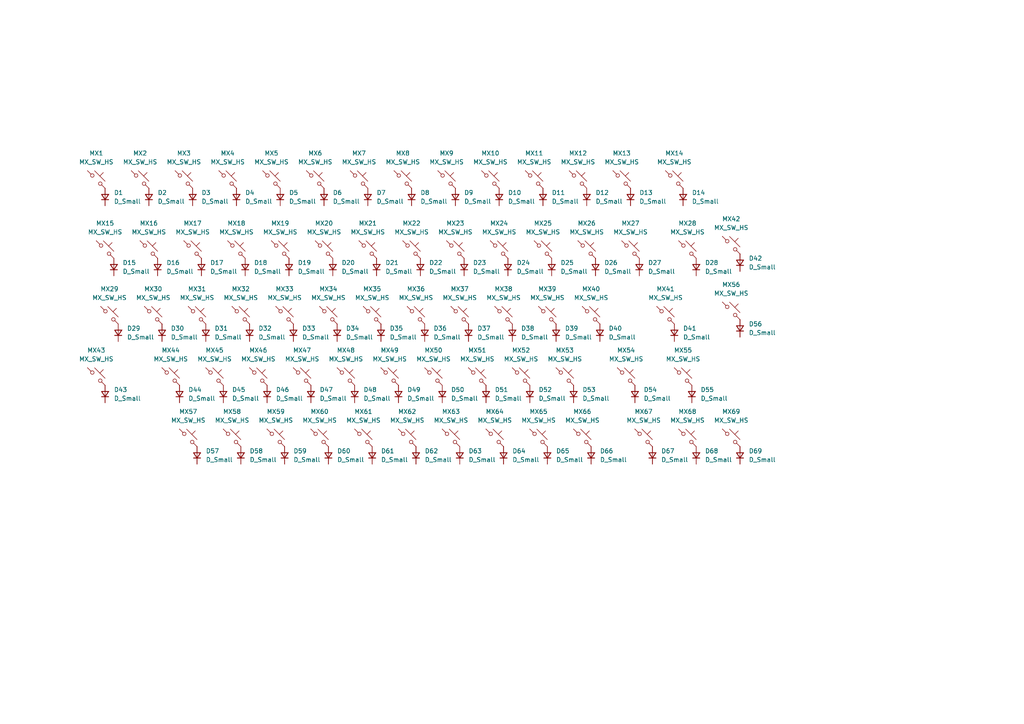
<source format=kicad_sch>
(kicad_sch (version 20230121) (generator eeschema)
  (paper "A4")
  (lib_symbols
    (symbol "Device:D_Small" (pin_numbers hide) (pin_names (offset 0.254) hide)
      (property "Reference" "D" (at -1.27 2.032 0))
      (property "Value" "D_Small" (at -3.81 -2.032 0))
      (symbol "D_Small_0_1"
        (polyline (pts (xy -0.762 -1.016) (xy -0.762 1.016)) (stroke (width 0.254)))
        (polyline (pts (xy -0.762 0) (xy 0.762 0)))
        (polyline (pts (xy 0.762 -1.016) (xy -0.762 0) (xy 0.762 1.016) (xy 0.762 -1.016)) (stroke (width 0.254)))
      )
      (symbol "D_Small_1_1"
        (pin passive line (at -2.54 0 0) (length 1.778) (name "K") (number "1"))
        (pin passive line (at 2.54 0 180) (length 1.778) (name "A") (number "2"))
      )
    )
    (symbol "PCM_marbastlib-mx:MX_SW_HS" (pin_numbers hide) (pin_names (offset 1.016) hide)
      (property "Reference" "MX" (at 3.048 1.016 0))
      (property "Value" "MX_SW_HS" (at 0 -3.81 0))
      (symbol "MX_SW_HS_0_1"
        (circle (center -1.1684 1.1684) (radius 0.508))
        (polyline (pts (xy -0.508 2.54) (xy 2.54 -0.508)))
        (polyline (pts (xy 1.016 1.016) (xy 2.032 2.032)))
        (polyline (pts (xy -2.54 2.54) (xy -1.524 1.524) (xy -1.524 1.524)))
        (polyline (pts (xy 1.524 -1.524) (xy 2.54 -2.54) (xy 2.54 -2.54) (xy 2.54 -2.54)))
        (circle (center 1.143 -1.1938) (radius 0.508))
        (pin passive line (at -2.54 2.54 0) (length 0) (name "1") (number "1"))
        (pin passive line (at 2.54 -2.54 180) (length 0) (name "2") (number "2"))
      )
    )
  )
  (symbol (lib_id "PCM_marbastlib-mx:MX_SW_HS") (at 146.05 91.44 0) (unit 1)
    (property "Reference" "MX38" (at 146.05 83.82 0))
    (property "Value" "MX_SW_HS" (at 146.05 86.36 0))
    (property "Footprint" "PCM_marbastlib-mx:SW_MX_HS_1u" (effects hide))
  )
  (symbol (lib_id "PCM_marbastlib-mx:MX_SW_HS") (at 40.64 52.07 0) (unit 1)
    (property "Reference" "MX2" (at 40.64 44.45 0))
    (property "Value" "MX_SW_HS" (at 40.64 46.99 0))
    (property "Footprint" "PCM_marbastlib-mx:SW_MX_HS_1u" (effects hide))
  )
  (symbol (lib_id "PCM_marbastlib-mx:MX_SW_HS") (at 132.08 72.39 0) (unit 1)
    (property "Reference" "MX23" (at 132.08 64.77 0))
    (property "Value" "MX_SW_HS" (at 132.08 67.31 0))
    (property "Footprint" "PCM_marbastlib-mx:SW_MX_HS_1u" (effects hide))
  )
  (symbol (lib_id "PCM_marbastlib-mx:MX_SW_HS") (at 69.85 91.44 0) (unit 1)
    (property "Reference" "MX32" (at 69.85 83.82 0))
    (property "Value" "MX_SW_HS" (at 69.85 86.36 0))
    (property "Footprint" "PCM_marbastlib-mx:SW_MX_HS_1u" (effects hide))
  )
  (symbol (lib_id "PCM_marbastlib-mx:MX_SW_HS") (at 193.04 91.44 0) (unit 1)
    (property "Reference" "MX41" (at 193.04 83.82 0))
    (property "Value" "MX_SW_HS" (at 193.04 86.36 0))
    (property "Footprint" "PCM_marbastlib-mx:SW_MX_HS_1u" (effects hide))
  )
  (symbol (lib_id "PCM_marbastlib-mx:MX_SW_HS") (at 125.73 109.22 0) (unit 1)
    (property "Reference" "MX50" (at 125.73 101.6 0))
    (property "Value" "MX_SW_HS" (at 125.73 104.14 0))
    (property "Footprint" "PCM_marbastlib-mx:SW_MX_HS_1u" (effects hide))
  )
  (symbol (lib_id "PCM_marbastlib-mx:MX_SW_HS") (at 106.68 72.39 0) (unit 1)
    (property "Reference" "MX21" (at 106.68 64.77 0))
    (property "Value" "MX_SW_HS" (at 106.68 67.31 0))
    (property "Footprint" "PCM_marbastlib-mx:SW_MX_HS_1u" (effects hide))
  )
  (symbol (lib_id "Device:D_Small") (at 148.59 96.52 90) (unit 1)
    (property "Reference" "D38" (at 151.13 95.25 90) (effects (justify right)))
    (property "Value" "D_Small" (at 151.13 97.79 90) (effects (justify right)))
    (property "Sim.Device" "D" (effects hide))
    (property "Sim.Pins" "1=K 2=A" (effects hide))
  )
  (symbol (lib_id "PCM_marbastlib-mx:MX_SW_HS") (at 143.51 127 0) (unit 1)
    (property "Reference" "MX64" (at 143.51 119.38 0))
    (property "Value" "MX_SW_HS" (at 143.51 121.92 0))
    (property "Footprint" "PCM_marbastlib-mx:SW_MX_HS_1u" (effects hide))
  )
  (symbol (lib_id "Device:D_Small") (at 46.99 96.52 90) (unit 1)
    (property "Reference" "D30" (at 49.53 95.25 90) (effects (justify right)))
    (property "Value" "D_Small" (at 49.53 97.79 90) (effects (justify right)))
    (property "Sim.Device" "D" (effects hide))
    (property "Sim.Pins" "1=K 2=A" (effects hide))
  )
  (symbol (lib_id "PCM_marbastlib-mx:MX_SW_HS") (at 105.41 127 0) (unit 1)
    (property "Reference" "MX61" (at 105.41 119.38 0))
    (property "Value" "MX_SW_HS" (at 105.41 121.92 0))
    (property "Footprint" "PCM_marbastlib-mx:SW_MX_HS_1u" (effects hide))
  )
  (symbol (lib_id "Device:D_Small") (at 120.65 132.08 90) (unit 1)
    (property "Reference" "D62" (at 123.19 130.81 90) (effects (justify right)))
    (property "Value" "D_Small" (at 123.19 133.35 90) (effects (justify right)))
    (property "Sim.Device" "D" (effects hide))
    (property "Sim.Pins" "1=K 2=A" (effects hide))
  )
  (symbol (lib_id "Device:D_Small") (at 161.29 96.52 90) (unit 1)
    (property "Reference" "D39" (at 163.83 95.25 90) (effects (justify right)))
    (property "Value" "D_Small" (at 163.83 97.79 90) (effects (justify right)))
    (property "Sim.Device" "D" (effects hide))
    (property "Sim.Pins" "1=K 2=A" (effects hide))
  )
  (symbol (lib_id "Device:D_Small") (at 134.62 77.47 90) (unit 1)
    (property "Reference" "D23" (at 137.16 76.2 90) (effects (justify right)))
    (property "Value" "D_Small" (at 137.16 78.74 90) (effects (justify right)))
    (property "Sim.Device" "D" (effects hide))
    (property "Sim.Pins" "1=K 2=A" (effects hide))
  )
  (symbol (lib_id "PCM_marbastlib-mx:MX_SW_HS") (at 107.95 91.44 0) (unit 1)
    (property "Reference" "MX35" (at 107.95 83.82 0))
    (property "Value" "MX_SW_HS" (at 107.95 86.36 0))
    (property "Footprint" "PCM_marbastlib-mx:SW_MX_HS_1u" (effects hide))
  )
  (symbol (lib_id "PCM_marbastlib-mx:MX_SW_HS") (at 66.04 52.07 0) (unit 1)
    (property "Reference" "MX4" (at 66.04 44.45 0))
    (property "Value" "MX_SW_HS" (at 66.04 46.99 0))
    (property "Footprint" "PCM_marbastlib-mx:SW_MX_HS_1u" (effects hide))
  )
  (symbol (lib_id "Device:D_Small") (at 121.92 77.47 90) (unit 1)
    (property "Reference" "D22" (at 124.46 76.2 90) (effects (justify right)))
    (property "Value" "D_Small" (at 124.46 78.74 90) (effects (justify right)))
    (property "Sim.Device" "D" (effects hide))
    (property "Sim.Pins" "1=K 2=A" (effects hide))
  )
  (symbol (lib_id "PCM_marbastlib-mx:MX_SW_HS") (at 171.45 91.44 0) (unit 1)
    (property "Reference" "MX40" (at 171.45 83.82 0))
    (property "Value" "MX_SW_HS" (at 171.45 86.36 0))
    (property "Footprint" "PCM_marbastlib-mx:SW_MX_HS_1u" (effects hide))
  )
  (symbol (lib_id "Device:D_Small") (at 147.32 77.47 90) (unit 1)
    (property "Reference" "D24" (at 149.86 76.2 90) (effects (justify right)))
    (property "Value" "D_Small" (at 149.86 78.74 90) (effects (justify right)))
    (property "Sim.Device" "D" (effects hide))
    (property "Sim.Pins" "1=K 2=A" (effects hide))
  )
  (symbol (lib_id "PCM_marbastlib-mx:MX_SW_HS") (at 78.74 52.07 0) (unit 1)
    (property "Reference" "MX5" (at 78.74 44.45 0))
    (property "Value" "MX_SW_HS" (at 78.74 46.99 0))
    (property "Footprint" "PCM_marbastlib-mx:SW_MX_HS_1u" (effects hide))
  )
  (symbol (lib_id "Device:D_Small") (at 160.02 77.47 90) (unit 1)
    (property "Reference" "D25" (at 162.56 76.2 90) (effects (justify right)))
    (property "Value" "D_Small" (at 162.56 78.74 90) (effects (justify right)))
    (property "Sim.Device" "D" (effects hide))
    (property "Sim.Pins" "1=K 2=A" (effects hide))
  )
  (symbol (lib_id "Device:D_Small") (at 115.57 114.3 90) (unit 1)
    (property "Reference" "D49" (at 118.11 113.03 90) (effects (justify right)))
    (property "Value" "D_Small" (at 118.11 115.57 90) (effects (justify right)))
    (property "Sim.Device" "D" (effects hide))
    (property "Sim.Pins" "1=K 2=A" (effects hide))
  )
  (symbol (lib_id "Device:D_Small") (at 153.67 114.3 90) (unit 1)
    (property "Reference" "D52" (at 156.21 113.03 90) (effects (justify right)))
    (property "Value" "D_Small" (at 156.21 115.57 90) (effects (justify right)))
    (property "Sim.Device" "D" (effects hide))
    (property "Sim.Pins" "1=K 2=A" (effects hide))
  )
  (symbol (lib_id "Device:D_Small") (at 146.05 132.08 90) (unit 1)
    (property "Reference" "D64" (at 148.59 130.81 90) (effects (justify right)))
    (property "Value" "D_Small" (at 148.59 133.35 90) (effects (justify right)))
    (property "Sim.Device" "D" (effects hide))
    (property "Sim.Pins" "1=K 2=A" (effects hide))
  )
  (symbol (lib_id "Device:D_Small") (at 95.25 132.08 90) (unit 1)
    (property "Reference" "D60" (at 97.79 130.81 90) (effects (justify right)))
    (property "Value" "D_Small" (at 97.79 133.35 90) (effects (justify right)))
    (property "Sim.Device" "D" (effects hide))
    (property "Sim.Pins" "1=K 2=A" (effects hide))
  )
  (symbol (lib_id "Device:D_Small") (at 45.72 77.47 90) (unit 1)
    (property "Reference" "D16" (at 48.26 76.2 90) (effects (justify right)))
    (property "Value" "D_Small" (at 48.26 78.74 90) (effects (justify right)))
    (property "Sim.Device" "D" (effects hide))
    (property "Sim.Pins" "1=K 2=A" (effects hide))
  )
  (symbol (lib_id "PCM_marbastlib-mx:MX_SW_HS") (at 142.24 52.07 0) (unit 1)
    (property "Reference" "MX10" (at 142.24 44.45 0))
    (property "Value" "MX_SW_HS" (at 142.24 46.99 0))
    (property "Footprint" "PCM_marbastlib-mx:SW_MX_HS_1u" (effects hide))
  )
  (symbol (lib_id "PCM_marbastlib-mx:MX_SW_HS") (at 104.14 52.07 0) (unit 1)
    (property "Reference" "MX7" (at 104.14 44.45 0))
    (property "Value" "MX_SW_HS" (at 104.14 46.99 0))
    (property "Footprint" "PCM_marbastlib-mx:SW_MX_HS_1u" (effects hide))
  )
  (symbol (lib_id "Device:D_Small") (at 77.47 114.3 90) (unit 1)
    (property "Reference" "D46" (at 80.01 113.03 90) (effects (justify right)))
    (property "Value" "D_Small" (at 80.01 115.57 90) (effects (justify right)))
    (property "Sim.Device" "D" (effects hide))
    (property "Sim.Pins" "1=K 2=A" (effects hide))
  )
  (symbol (lib_id "PCM_marbastlib-mx:MX_SW_HS") (at 95.25 91.44 0) (unit 1)
    (property "Reference" "MX34" (at 95.25 83.82 0))
    (property "Value" "MX_SW_HS" (at 95.25 86.36 0))
    (property "Footprint" "PCM_marbastlib-mx:SW_MX_HS_1u" (effects hide))
  )
  (symbol (lib_id "PCM_marbastlib-mx:MX_SW_HS") (at 116.84 52.07 0) (unit 1)
    (property "Reference" "MX8" (at 116.84 44.45 0))
    (property "Value" "MX_SW_HS" (at 116.84 46.99 0))
    (property "Footprint" "PCM_marbastlib-mx:SW_MX_HS_1u" (effects hide))
  )
  (symbol (lib_id "Device:D_Small") (at 133.35 132.08 90) (unit 1)
    (property "Reference" "D63" (at 135.89 130.81 90) (effects (justify right)))
    (property "Value" "D_Small" (at 135.89 133.35 90) (effects (justify right)))
    (property "Sim.Device" "D" (effects hide))
    (property "Sim.Pins" "1=K 2=A" (effects hide))
  )
  (symbol (lib_id "Device:D_Small") (at 64.77 114.3 90) (unit 1)
    (property "Reference" "D45" (at 67.31 113.03 90) (effects (justify right)))
    (property "Value" "D_Small" (at 67.31 115.57 90) (effects (justify right)))
    (property "Sim.Device" "D" (effects hide))
    (property "Sim.Pins" "1=K 2=A" (effects hide))
  )
  (symbol (lib_id "PCM_marbastlib-mx:MX_SW_HS") (at 198.12 109.22 0) (unit 1)
    (property "Reference" "MX55" (at 198.12 101.6 0))
    (property "Value" "MX_SW_HS" (at 198.12 104.14 0))
    (property "Footprint" "PCM_marbastlib-mx:SW_MX_HS_1u" (effects hide))
  )
  (symbol (lib_id "PCM_marbastlib-mx:MX_SW_HS") (at 151.13 109.22 0) (unit 1)
    (property "Reference" "MX52" (at 151.13 101.6 0))
    (property "Value" "MX_SW_HS" (at 151.13 104.14 0))
    (property "Footprint" "PCM_marbastlib-mx:SW_MX_HS_1u" (effects hide))
  )
  (symbol (lib_id "Device:D_Small") (at 109.22 77.47 90) (unit 1)
    (property "Reference" "D21" (at 111.76 76.2 90) (effects (justify right)))
    (property "Value" "D_Small" (at 111.76 78.74 90) (effects (justify right)))
    (property "Sim.Device" "D" (effects hide))
    (property "Sim.Pins" "1=K 2=A" (effects hide))
  )
  (symbol (lib_id "PCM_marbastlib-mx:MX_SW_HS") (at 91.44 52.07 0) (unit 1)
    (property "Reference" "MX6" (at 91.44 44.45 0))
    (property "Value" "MX_SW_HS" (at 91.44 46.99 0))
    (property "Footprint" "PCM_marbastlib-mx:SW_MX_HS_1u" (effects hide))
  )
  (symbol (lib_id "Device:D_Small") (at 30.48 114.3 90) (unit 1)
    (property "Reference" "D43" (at 33.02 113.03 90) (effects (justify right)))
    (property "Value" "D_Small" (at 33.02 115.57 90) (effects (justify right)))
    (property "Sim.Device" "D" (effects hide))
    (property "Sim.Pins" "1=K 2=A" (effects hide))
  )
  (symbol (lib_id "PCM_marbastlib-mx:MX_SW_HS") (at 156.21 127 0) (unit 1)
    (property "Reference" "MX65" (at 156.21 119.38 0))
    (property "Value" "MX_SW_HS" (at 156.21 121.92 0))
    (property "Footprint" "PCM_marbastlib-mx:SW_MX_HS_1u" (effects hide))
  )
  (symbol (lib_id "Device:D_Small") (at 201.93 132.08 90) (unit 1)
    (property "Reference" "D68" (at 204.47 130.81 90) (effects (justify right)))
    (property "Value" "D_Small" (at 204.47 133.35 90) (effects (justify right)))
    (property "Sim.Device" "D" (effects hide))
    (property "Sim.Pins" "1=K 2=A" (effects hide))
  )
  (symbol (lib_id "Device:D_Small") (at 93.98 57.15 90) (unit 1)
    (property "Reference" "D6" (at 96.52 55.88 90) (effects (justify right)))
    (property "Value" "D_Small" (at 96.52 58.42 90) (effects (justify right)))
    (property "Sim.Device" "D" (effects hide))
    (property "Sim.Pins" "1=K 2=A" (effects hide))
  )
  (symbol (lib_id "Device:D_Small") (at 166.37 114.3 90) (unit 1)
    (property "Reference" "D53" (at 168.91 113.03 90) (effects (justify right)))
    (property "Value" "D_Small" (at 168.91 115.57 90) (effects (justify right)))
    (property "Sim.Device" "D" (effects hide))
    (property "Sim.Pins" "1=K 2=A" (effects hide))
  )
  (symbol (lib_id "Device:D_Small") (at 201.93 77.47 90) (unit 1)
    (property "Reference" "D28" (at 204.47 76.2 90) (effects (justify right)))
    (property "Value" "D_Small" (at 204.47 78.74 90) (effects (justify right)))
    (property "Sim.Device" "D" (effects hide))
    (property "Sim.Pins" "1=K 2=A" (effects hide))
  )
  (symbol (lib_id "Device:D_Small") (at 195.58 96.52 90) (unit 1)
    (property "Reference" "D41" (at 198.12 95.25 90) (effects (justify right)))
    (property "Value" "D_Small" (at 198.12 97.79 90) (effects (justify right)))
    (property "Sim.Device" "D" (effects hide))
    (property "Sim.Pins" "1=K 2=A" (effects hide))
  )
  (symbol (lib_id "Device:D_Small") (at 96.52 77.47 90) (unit 1)
    (property "Reference" "D20" (at 99.06 76.2 90) (effects (justify right)))
    (property "Value" "D_Small" (at 99.06 78.74 90) (effects (justify right)))
    (property "Sim.Device" "D" (effects hide))
    (property "Sim.Pins" "1=K 2=A" (effects hide))
  )
  (symbol (lib_id "PCM_marbastlib-mx:MX_SW_HS") (at 100.33 109.22 0) (unit 1)
    (property "Reference" "MX48" (at 100.33 101.6 0))
    (property "Value" "MX_SW_HS" (at 100.33 104.14 0))
    (property "Footprint" "PCM_marbastlib-mx:SW_MX_HS_1u" (effects hide))
  )
  (symbol (lib_id "PCM_marbastlib-mx:MX_SW_HS") (at 212.09 90.17 0) (unit 1)
    (property "Reference" "MX56" (at 212.09 82.55 0))
    (property "Value" "MX_SW_HS" (at 212.09 85.09 0))
    (property "Footprint" "PCM_marbastlib-mx:SW_MX_HS_1u" (effects hide))
  )
  (symbol (lib_id "PCM_marbastlib-mx:MX_SW_HS") (at 119.38 72.39 0) (unit 1)
    (property "Reference" "MX22" (at 119.38 64.77 0))
    (property "Value" "MX_SW_HS" (at 119.38 67.31 0))
    (property "Footprint" "PCM_marbastlib-mx:SW_MX_HS_1u" (effects hide))
  )
  (symbol (lib_id "Device:D_Small") (at 81.28 57.15 90) (unit 1)
    (property "Reference" "D5" (at 83.82 55.88 90) (effects (justify right)))
    (property "Value" "D_Small" (at 83.82 58.42 90) (effects (justify right)))
    (property "Sim.Device" "D" (effects hide))
    (property "Sim.Pins" "1=K 2=A" (effects hide))
  )
  (symbol (lib_id "PCM_marbastlib-mx:MX_SW_HS") (at 199.39 72.39 0) (unit 1)
    (property "Reference" "MX28" (at 199.39 64.77 0))
    (property "Value" "MX_SW_HS" (at 199.39 67.31 0))
    (property "Footprint" "PCM_marbastlib-mx:SW_MX_HS_1u" (effects hide))
  )
  (symbol (lib_id "PCM_marbastlib-mx:MX_SW_HS") (at 80.01 127 0) (unit 1)
    (property "Reference" "MX59" (at 80.01 119.38 0))
    (property "Value" "MX_SW_HS" (at 80.01 121.92 0))
    (property "Footprint" "PCM_marbastlib-mx:SW_MX_HS_1u" (effects hide))
  )
  (symbol (lib_id "Device:D_Small") (at 55.88 57.15 90) (unit 1)
    (property "Reference" "D3" (at 58.42 55.88 90) (effects (justify right)))
    (property "Value" "D_Small" (at 58.42 58.42 90) (effects (justify right)))
    (property "Sim.Device" "D" (effects hide))
    (property "Sim.Pins" "1=K 2=A" (effects hide))
  )
  (symbol (lib_id "PCM_marbastlib-mx:MX_SW_HS") (at 53.34 52.07 0) (unit 1)
    (property "Reference" "MX3" (at 53.34 44.45 0))
    (property "Value" "MX_SW_HS" (at 53.34 46.99 0))
    (property "Footprint" "PCM_marbastlib-mx:SW_MX_HS_1u" (effects hide))
  )
  (symbol (lib_id "Device:D_Small") (at 214.63 132.08 90) (unit 1)
    (property "Reference" "D69" (at 217.17 130.81 90) (effects (justify right)))
    (property "Value" "D_Small" (at 217.17 133.35 90) (effects (justify right)))
    (property "Sim.Device" "D" (effects hide))
    (property "Sim.Pins" "1=K 2=A" (effects hide))
  )
  (symbol (lib_id "PCM_marbastlib-mx:MX_SW_HS") (at 54.61 127 0) (unit 1)
    (property "Reference" "MX57" (at 54.61 119.38 0))
    (property "Value" "MX_SW_HS" (at 54.61 121.92 0))
    (property "Footprint" "PCM_marbastlib-mx:SW_MX_HS_1u" (effects hide))
  )
  (symbol (lib_id "Device:D_Small") (at 68.58 57.15 90) (unit 1)
    (property "Reference" "D4" (at 71.12 55.88 90) (effects (justify right)))
    (property "Value" "D_Small" (at 71.12 58.42 90) (effects (justify right)))
    (property "Sim.Device" "D" (effects hide))
    (property "Sim.Pins" "1=K 2=A" (effects hide))
  )
  (symbol (lib_id "PCM_marbastlib-mx:MX_SW_HS") (at 43.18 72.39 0) (unit 1)
    (property "Reference" "MX16" (at 43.18 64.77 0))
    (property "Value" "MX_SW_HS" (at 43.18 67.31 0))
    (property "Footprint" "PCM_marbastlib-mx:SW_MX_HS_1u" (effects hide))
  )
  (symbol (lib_id "PCM_marbastlib-mx:MX_SW_HS") (at 30.48 72.39 0) (unit 1)
    (property "Reference" "MX15" (at 30.48 64.77 0))
    (property "Value" "MX_SW_HS" (at 30.48 67.31 0))
    (property "Footprint" "PCM_marbastlib-mx:SW_MX_HS_1u" (effects hide))
  )
  (symbol (lib_id "Device:D_Small") (at 214.63 95.25 90) (unit 1)
    (property "Reference" "D56" (at 217.17 93.98 90) (effects (justify right)))
    (property "Value" "D_Small" (at 217.17 96.52 90) (effects (justify right)))
    (property "Sim.Device" "D" (effects hide))
    (property "Sim.Pins" "1=K 2=A" (effects hide))
  )
  (symbol (lib_id "PCM_marbastlib-mx:MX_SW_HS") (at 27.94 109.22 0) (unit 1)
    (property "Reference" "MX43" (at 27.94 101.6 0))
    (property "Value" "MX_SW_HS" (at 27.94 104.14 0))
    (property "Footprint" "PCM_marbastlib-mx:SW_MX_HS_1u" (effects hide))
  )
  (symbol (lib_id "Device:D_Small") (at 102.87 114.3 90) (unit 1)
    (property "Reference" "D48" (at 105.41 113.03 90) (effects (justify right)))
    (property "Value" "D_Small" (at 105.41 115.57 90) (effects (justify right)))
    (property "Sim.Device" "D" (effects hide))
    (property "Sim.Pins" "1=K 2=A" (effects hide))
  )
  (symbol (lib_id "PCM_marbastlib-mx:MX_SW_HS") (at 81.28 72.39 0) (unit 1)
    (property "Reference" "MX19" (at 81.28 64.77 0))
    (property "Value" "MX_SW_HS" (at 81.28 67.31 0))
    (property "Footprint" "PCM_marbastlib-mx:SW_MX_HS_1u" (effects hide))
  )
  (symbol (lib_id "PCM_marbastlib-mx:MX_SW_HS") (at 158.75 91.44 0) (unit 1)
    (property "Reference" "MX39" (at 158.75 83.82 0))
    (property "Value" "MX_SW_HS" (at 158.75 86.36 0))
    (property "Footprint" "PCM_marbastlib-mx:SW_MX_HS_1u" (effects hide))
  )
  (symbol (lib_id "Device:D_Small") (at 172.72 77.47 90) (unit 1)
    (property "Reference" "D26" (at 175.26 76.2 90) (effects (justify right)))
    (property "Value" "D_Small" (at 175.26 78.74 90) (effects (justify right)))
    (property "Sim.Device" "D" (effects hide))
    (property "Sim.Pins" "1=K 2=A" (effects hide))
  )
  (symbol (lib_id "Device:D_Small") (at 200.66 114.3 90) (unit 1)
    (property "Reference" "D55" (at 203.2 113.03 90) (effects (justify right)))
    (property "Value" "D_Small" (at 203.2 115.57 90) (effects (justify right)))
    (property "Sim.Device" "D" (effects hide))
    (property "Sim.Pins" "1=K 2=A" (effects hide))
  )
  (symbol (lib_id "PCM_marbastlib-mx:MX_SW_HS") (at 74.93 109.22 0) (unit 1)
    (property "Reference" "MX46" (at 74.93 101.6 0))
    (property "Value" "MX_SW_HS" (at 74.93 104.14 0))
    (property "Footprint" "PCM_marbastlib-mx:SW_MX_HS_1u" (effects hide))
  )
  (symbol (lib_id "PCM_marbastlib-mx:MX_SW_HS") (at 212.09 127 0) (unit 1)
    (property "Reference" "MX69" (at 212.09 119.38 0))
    (property "Value" "MX_SW_HS" (at 212.09 121.92 0))
    (property "Footprint" "PCM_marbastlib-mx:SW_MX_HS_1u" (effects hide))
  )
  (symbol (lib_id "PCM_marbastlib-mx:MX_SW_HS") (at 186.69 127 0) (unit 1)
    (property "Reference" "MX67" (at 186.69 119.38 0))
    (property "Value" "MX_SW_HS" (at 186.69 121.92 0))
    (property "Footprint" "PCM_marbastlib-mx:SW_MX_HS_1u" (effects hide))
  )
  (symbol (lib_id "Device:D_Small") (at 72.39 96.52 90) (unit 1)
    (property "Reference" "D32" (at 74.93 95.25 90) (effects (justify right)))
    (property "Value" "D_Small" (at 74.93 97.79 90) (effects (justify right)))
    (property "Sim.Device" "D" (effects hide))
    (property "Sim.Pins" "1=K 2=A" (effects hide))
  )
  (symbol (lib_id "Device:D_Small") (at 123.19 96.52 90) (unit 1)
    (property "Reference" "D36" (at 125.73 95.25 90) (effects (justify right)))
    (property "Value" "D_Small" (at 125.73 97.79 90) (effects (justify right)))
    (property "Sim.Device" "D" (effects hide))
    (property "Sim.Pins" "1=K 2=A" (effects hide))
  )
  (symbol (lib_id "PCM_marbastlib-mx:MX_SW_HS") (at 31.75 91.44 0) (unit 1)
    (property "Reference" "MX29" (at 31.75 83.82 0))
    (property "Value" "MX_SW_HS" (at 31.75 86.36 0))
    (property "Footprint" "PCM_marbastlib-mx:SW_MX_HS_1u" (effects hide))
  )
  (symbol (lib_id "Device:D_Small") (at 157.48 57.15 90) (unit 1)
    (property "Reference" "D11" (at 160.02 55.88 90) (effects (justify right)))
    (property "Value" "D_Small" (at 160.02 58.42 90) (effects (justify right)))
    (property "Sim.Device" "D" (effects hide))
    (property "Sim.Pins" "1=K 2=A" (effects hide))
  )
  (symbol (lib_id "PCM_marbastlib-mx:MX_SW_HS") (at 67.31 127 0) (unit 1)
    (property "Reference" "MX58" (at 67.31 119.38 0))
    (property "Value" "MX_SW_HS" (at 67.31 121.92 0))
    (property "Footprint" "PCM_marbastlib-mx:SW_MX_HS_1u" (effects hide))
  )
  (symbol (lib_id "Device:D_Small") (at 30.48 57.15 90) (unit 1)
    (property "Reference" "D1" (at 33.02 55.88 90) (effects (justify right)))
    (property "Value" "D_Small" (at 33.02 58.42 90) (effects (justify right)))
    (property "Sim.Device" "D" (effects hide))
    (property "Sim.Pins" "1=K 2=A" (effects hide))
  )
  (symbol (lib_id "Device:D_Small") (at 214.63 76.2 90) (unit 1)
    (property "Reference" "D42" (at 217.17 74.93 90) (effects (justify right)))
    (property "Value" "D_Small" (at 217.17 77.47 90) (effects (justify right)))
    (property "Sim.Device" "D" (effects hide))
    (property "Sim.Pins" "1=K 2=A" (effects hide))
  )
  (symbol (lib_id "Device:D_Small") (at 110.49 96.52 90) (unit 1)
    (property "Reference" "D35" (at 113.03 95.25 90) (effects (justify right)))
    (property "Value" "D_Small" (at 113.03 97.79 90) (effects (justify right)))
    (property "Sim.Device" "D" (effects hide))
    (property "Sim.Pins" "1=K 2=A" (effects hide))
  )
  (symbol (lib_id "PCM_marbastlib-mx:MX_SW_HS") (at 133.35 91.44 0) (unit 1)
    (property "Reference" "MX37" (at 133.35 83.82 0))
    (property "Value" "MX_SW_HS" (at 133.35 86.36 0))
    (property "Footprint" "PCM_marbastlib-mx:SW_MX_HS_1u" (effects hide))
  )
  (symbol (lib_id "PCM_marbastlib-mx:MX_SW_HS") (at 92.71 127 0) (unit 1)
    (property "Reference" "MX60" (at 92.71 119.38 0))
    (property "Value" "MX_SW_HS" (at 92.71 121.92 0))
    (property "Footprint" "PCM_marbastlib-mx:SW_MX_HS_1u" (effects hide))
  )
  (symbol (lib_id "Device:D_Small") (at 106.68 57.15 90) (unit 1)
    (property "Reference" "D7" (at 109.22 55.88 90) (effects (justify right)))
    (property "Value" "D_Small" (at 109.22 58.42 90) (effects (justify right)))
    (property "Sim.Device" "D" (effects hide))
    (property "Sim.Pins" "1=K 2=A" (effects hide))
  )
  (symbol (lib_id "PCM_marbastlib-mx:MX_SW_HS") (at 129.54 52.07 0) (unit 1)
    (property "Reference" "MX9" (at 129.54 44.45 0))
    (property "Value" "MX_SW_HS" (at 129.54 46.99 0))
    (property "Footprint" "PCM_marbastlib-mx:SW_MX_HS_1u" (effects hide))
  )
  (symbol (lib_id "PCM_marbastlib-mx:MX_SW_HS") (at 138.43 109.22 0) (unit 1)
    (property "Reference" "MX51" (at 138.43 101.6 0))
    (property "Value" "MX_SW_HS" (at 138.43 104.14 0))
    (property "Footprint" "PCM_marbastlib-mx:SW_MX_HS_1u" (effects hide))
  )
  (symbol (lib_id "Device:D_Small") (at 34.29 96.52 90) (unit 1)
    (property "Reference" "D29" (at 36.83 95.25 90) (effects (justify right)))
    (property "Value" "D_Small" (at 36.83 97.79 90) (effects (justify right)))
    (property "Sim.Device" "D" (effects hide))
    (property "Sim.Pins" "1=K 2=A" (effects hide))
  )
  (symbol (lib_id "PCM_marbastlib-mx:MX_SW_HS") (at 57.15 91.44 0) (unit 1)
    (property "Reference" "MX31" (at 57.15 83.82 0))
    (property "Value" "MX_SW_HS" (at 57.15 86.36 0))
    (property "Footprint" "PCM_marbastlib-mx:SW_MX_HS_1u" (effects hide))
  )
  (symbol (lib_id "PCM_marbastlib-mx:MX_SW_HS") (at 168.91 127 0) (unit 1)
    (property "Reference" "MX66" (at 168.91 119.38 0))
    (property "Value" "MX_SW_HS" (at 168.91 121.92 0))
    (property "Footprint" "PCM_marbastlib-mx:SW_MX_HS_1u" (effects hide))
  )
  (symbol (lib_id "PCM_marbastlib-mx:MX_SW_HS") (at 113.03 109.22 0) (unit 1)
    (property "Reference" "MX49" (at 113.03 101.6 0))
    (property "Value" "MX_SW_HS" (at 113.03 104.14 0))
    (property "Footprint" "PCM_marbastlib-mx:SW_MX_HS_1u" (effects hide))
  )
  (symbol (lib_id "Device:D_Small") (at 185.42 77.47 90) (unit 1)
    (property "Reference" "D27" (at 187.96 76.2 90) (effects (justify right)))
    (property "Value" "D_Small" (at 187.96 78.74 90) (effects (justify right)))
    (property "Sim.Device" "D" (effects hide))
    (property "Sim.Pins" "1=K 2=A" (effects hide))
  )
  (symbol (lib_id "PCM_marbastlib-mx:MX_SW_HS") (at 170.18 72.39 0) (unit 1)
    (property "Reference" "MX26" (at 170.18 64.77 0))
    (property "Value" "MX_SW_HS" (at 170.18 67.31 0))
    (property "Footprint" "PCM_marbastlib-mx:SW_MX_HS_1u" (effects hide))
  )
  (symbol (lib_id "Device:D_Small") (at 182.88 57.15 90) (unit 1)
    (property "Reference" "D13" (at 185.42 55.88 90) (effects (justify right)))
    (property "Value" "D_Small" (at 185.42 58.42 90) (effects (justify right)))
    (property "Sim.Device" "D" (effects hide))
    (property "Sim.Pins" "1=K 2=A" (effects hide))
  )
  (symbol (lib_id "Device:D_Small") (at 71.12 77.47 90) (unit 1)
    (property "Reference" "D18" (at 73.66 76.2 90) (effects (justify right)))
    (property "Value" "D_Small" (at 73.66 78.74 90) (effects (justify right)))
    (property "Sim.Device" "D" (effects hide))
    (property "Sim.Pins" "1=K 2=A" (effects hide))
  )
  (symbol (lib_id "PCM_marbastlib-mx:MX_SW_HS") (at 93.98 72.39 0) (unit 1)
    (property "Reference" "MX20" (at 93.98 64.77 0))
    (property "Value" "MX_SW_HS" (at 93.98 67.31 0))
    (property "Footprint" "PCM_marbastlib-mx:SW_MX_HS_1u" (effects hide))
  )
  (symbol (lib_id "Device:D_Small") (at 97.79 96.52 90) (unit 1)
    (property "Reference" "D34" (at 100.33 95.25 90) (effects (justify right)))
    (property "Value" "D_Small" (at 100.33 97.79 90) (effects (justify right)))
    (property "Sim.Device" "D" (effects hide))
    (property "Sim.Pins" "1=K 2=A" (effects hide))
  )
  (symbol (lib_id "PCM_marbastlib-mx:MX_SW_HS") (at 181.61 109.22 0) (unit 1)
    (property "Reference" "MX54" (at 181.61 101.6 0))
    (property "Value" "MX_SW_HS" (at 181.61 104.14 0))
    (property "Footprint" "PCM_marbastlib-mx:SW_MX_HS_1u" (effects hide))
  )
  (symbol (lib_id "Device:D_Small") (at 198.12 57.15 90) (unit 1)
    (property "Reference" "D14" (at 200.66 55.88 90) (effects (justify right)))
    (property "Value" "D_Small" (at 200.66 58.42 90) (effects (justify right)))
    (property "Sim.Device" "D" (effects hide))
    (property "Sim.Pins" "1=K 2=A" (effects hide))
  )
  (symbol (lib_id "PCM_marbastlib-mx:MX_SW_HS") (at 167.64 52.07 0) (unit 1)
    (property "Reference" "MX12" (at 167.64 44.45 0))
    (property "Value" "MX_SW_HS" (at 167.64 46.99 0))
    (property "Footprint" "PCM_marbastlib-mx:SW_MX_HS_1u" (effects hide))
  )
  (symbol (lib_id "Device:D_Small") (at 58.42 77.47 90) (unit 1)
    (property "Reference" "D17" (at 60.96 76.2 90) (effects (justify right)))
    (property "Value" "D_Small" (at 60.96 78.74 90) (effects (justify right)))
    (property "Sim.Device" "D" (effects hide))
    (property "Sim.Pins" "1=K 2=A" (effects hide))
  )
  (symbol (lib_id "PCM_marbastlib-mx:MX_SW_HS") (at 212.09 71.12 0) (unit 1)
    (property "Reference" "MX42" (at 212.09 63.5 0))
    (property "Value" "MX_SW_HS" (at 212.09 66.04 0))
    (property "Footprint" "PCM_marbastlib-mx:SW_MX_HS_1u" (effects hide))
  )
  (symbol (lib_id "Device:D_Small") (at 132.08 57.15 90) (unit 1)
    (property "Reference" "D9" (at 134.62 55.88 90) (effects (justify right)))
    (property "Value" "D_Small" (at 134.62 58.42 90) (effects (justify right)))
    (property "Sim.Device" "D" (effects hide))
    (property "Sim.Pins" "1=K 2=A" (effects hide))
  )
  (symbol (lib_id "PCM_marbastlib-mx:MX_SW_HS") (at 118.11 127 0) (unit 1)
    (property "Reference" "MX62" (at 118.11 119.38 0))
    (property "Value" "MX_SW_HS" (at 118.11 121.92 0))
    (property "Footprint" "PCM_marbastlib-mx:SW_MX_HS_1u" (effects hide))
  )
  (symbol (lib_id "Device:D_Small") (at 158.75 132.08 90) (unit 1)
    (property "Reference" "D65" (at 161.29 130.81 90) (effects (justify right)))
    (property "Value" "D_Small" (at 161.29 133.35 90) (effects (justify right)))
    (property "Sim.Device" "D" (effects hide))
    (property "Sim.Pins" "1=K 2=A" (effects hide))
  )
  (symbol (lib_id "PCM_marbastlib-mx:MX_SW_HS") (at 163.83 109.22 0) (unit 1)
    (property "Reference" "MX53" (at 163.83 101.6 0))
    (property "Value" "MX_SW_HS" (at 163.83 104.14 0))
    (property "Footprint" "PCM_marbastlib-mx:SW_MX_HS_1u" (effects hide))
  )
  (symbol (lib_id "PCM_marbastlib-mx:MX_SW_HS") (at 154.94 52.07 0) (unit 1)
    (property "Reference" "MX11" (at 154.94 44.45 0))
    (property "Value" "MX_SW_HS" (at 154.94 46.99 0))
    (property "Footprint" "PCM_marbastlib-mx:SW_MX_HS_1u" (effects hide))
  )
  (symbol (lib_id "PCM_marbastlib-mx:MX_SW_HS") (at 199.39 127 0) (unit 1)
    (property "Reference" "MX68" (at 199.39 119.38 0))
    (property "Value" "MX_SW_HS" (at 199.39 121.92 0))
    (property "Footprint" "PCM_marbastlib-mx:SW_MX_HS_1u" (effects hide))
  )
  (symbol (lib_id "Device:D_Small") (at 59.69 96.52 90) (unit 1)
    (property "Reference" "D31" (at 62.23 95.25 90) (effects (justify right)))
    (property "Value" "D_Small" (at 62.23 97.79 90) (effects (justify right)))
    (property "Sim.Device" "D" (effects hide))
    (property "Sim.Pins" "1=K 2=A" (effects hide))
  )
  (symbol (lib_id "PCM_marbastlib-mx:MX_SW_HS") (at 180.34 52.07 0) (unit 1)
    (property "Reference" "MX13" (at 180.34 44.45 0))
    (property "Value" "MX_SW_HS" (at 180.34 46.99 0))
    (property "Footprint" "PCM_marbastlib-mx:SW_MX_HS_1u" (effects hide))
  )
  (symbol (lib_id "Device:D_Small") (at 135.89 96.52 90) (unit 1)
    (property "Reference" "D37" (at 138.43 95.25 90) (effects (justify right)))
    (property "Value" "D_Small" (at 138.43 97.79 90) (effects (justify right)))
    (property "Sim.Device" "D" (effects hide))
    (property "Sim.Pins" "1=K 2=A" (effects hide))
  )
  (symbol (lib_id "Device:D_Small") (at 171.45 132.08 90) (unit 1)
    (property "Reference" "D66" (at 173.99 130.81 90) (effects (justify right)))
    (property "Value" "D_Small" (at 173.99 133.35 90) (effects (justify right)))
    (property "Sim.Device" "D" (effects hide))
    (property "Sim.Pins" "1=K 2=A" (effects hide))
  )
  (symbol (lib_id "PCM_marbastlib-mx:MX_SW_HS") (at 27.94 52.07 0) (unit 1)
    (property "Reference" "MX1" (at 27.94 44.45 0))
    (property "Value" "MX_SW_HS" (at 27.94 46.99 0))
    (property "Footprint" "PCM_marbastlib-mx:SW_MX_HS_1u" (effects hide))
  )
  (symbol (lib_id "Device:D_Small") (at 140.97 114.3 90) (unit 1)
    (property "Reference" "D51" (at 143.51 113.03 90) (effects (justify right)))
    (property "Value" "D_Small" (at 143.51 115.57 90) (effects (justify right)))
    (property "Sim.Device" "D" (effects hide))
    (property "Sim.Pins" "1=K 2=A" (effects hide))
  )
  (symbol (lib_id "PCM_marbastlib-mx:MX_SW_HS") (at 82.55 91.44 0) (unit 1)
    (property "Reference" "MX33" (at 82.55 83.82 0))
    (property "Value" "MX_SW_HS" (at 82.55 86.36 0))
    (property "Footprint" "PCM_marbastlib-mx:SW_MX_HS_1u" (effects hide))
  )
  (symbol (lib_id "Device:D_Small") (at 33.02 77.47 90) (unit 1)
    (property "Reference" "D15" (at 35.56 76.2 90) (effects (justify right)))
    (property "Value" "D_Small" (at 35.56 78.74 90) (effects (justify right)))
    (property "Sim.Device" "D" (effects hide))
    (property "Sim.Pins" "1=K 2=A" (effects hide))
  )
  (symbol (lib_id "Device:D_Small") (at 119.38 57.15 90) (unit 1)
    (property "Reference" "D8" (at 121.92 55.88 90) (effects (justify right)))
    (property "Value" "D_Small" (at 121.92 58.42 90) (effects (justify right)))
    (property "Sim.Device" "D" (effects hide))
    (property "Sim.Pins" "1=K 2=A" (effects hide))
  )
  (symbol (lib_id "Device:D_Small") (at 184.15 114.3 90) (unit 1)
    (property "Reference" "D54" (at 186.69 113.03 90) (effects (justify right)))
    (property "Value" "D_Small" (at 186.69 115.57 90) (effects (justify right)))
    (property "Sim.Device" "D" (effects hide))
    (property "Sim.Pins" "1=K 2=A" (effects hide))
  )
  (symbol (lib_id "PCM_marbastlib-mx:MX_SW_HS") (at 120.65 91.44 0) (unit 1)
    (property "Reference" "MX36" (at 120.65 83.82 0))
    (property "Value" "MX_SW_HS" (at 120.65 86.36 0))
    (property "Footprint" "PCM_marbastlib-mx:SW_MX_HS_1u" (effects hide))
  )
  (symbol (lib_id "Device:D_Small") (at 144.78 57.15 90) (unit 1)
    (property "Reference" "D10" (at 147.32 55.88 90) (effects (justify right)))
    (property "Value" "D_Small" (at 147.32 58.42 90) (effects (justify right)))
    (property "Sim.Device" "D" (effects hide))
    (property "Sim.Pins" "1=K 2=A" (effects hide))
  )
  (symbol (lib_id "PCM_marbastlib-mx:MX_SW_HS") (at 144.78 72.39 0) (unit 1)
    (property "Reference" "MX24" (at 144.78 64.77 0))
    (property "Value" "MX_SW_HS" (at 144.78 67.31 0))
    (property "Footprint" "PCM_marbastlib-mx:SW_MX_HS_1u" (effects hide))
  )
  (symbol (lib_id "PCM_marbastlib-mx:MX_SW_HS") (at 182.88 72.39 0) (unit 1)
    (property "Reference" "MX27" (at 182.88 64.77 0))
    (property "Value" "MX_SW_HS" (at 182.88 67.31 0))
    (property "Footprint" "PCM_marbastlib-mx:SW_MX_HS_1u" (effects hide))
  )
  (symbol (lib_id "Device:D_Small") (at 85.09 96.52 90) (unit 1)
    (property "Reference" "D33" (at 87.63 95.25 90) (effects (justify right)))
    (property "Value" "D_Small" (at 87.63 97.79 90) (effects (justify right)))
    (property "Sim.Device" "D" (effects hide))
    (property "Sim.Pins" "1=K 2=A" (effects hide))
  )
  (symbol (lib_id "Device:D_Small") (at 82.55 132.08 90) (unit 1)
    (property "Reference" "D59" (at 85.09 130.81 90) (effects (justify right)))
    (property "Value" "D_Small" (at 85.09 133.35 90) (effects (justify right)))
    (property "Sim.Device" "D" (effects hide))
    (property "Sim.Pins" "1=K 2=A" (effects hide))
  )
  (symbol (lib_id "Device:D_Small") (at 107.95 132.08 90) (unit 1)
    (property "Reference" "D61" (at 110.49 130.81 90) (effects (justify right)))
    (property "Value" "D_Small" (at 110.49 133.35 90) (effects (justify right)))
    (property "Sim.Device" "D" (effects hide))
    (property "Sim.Pins" "1=K 2=A" (effects hide))
  )
  (symbol (lib_id "Device:D_Small") (at 189.23 132.08 90) (unit 1)
    (property "Reference" "D67" (at 191.77 130.81 90) (effects (justify right)))
    (property "Value" "D_Small" (at 191.77 133.35 90) (effects (justify right)))
    (property "Sim.Device" "D" (effects hide))
    (property "Sim.Pins" "1=K 2=A" (effects hide))
  )
  (symbol (lib_id "PCM_marbastlib-mx:MX_SW_HS") (at 87.63 109.22 0) (unit 1)
    (property "Reference" "MX47" (at 87.63 101.6 0))
    (property "Value" "MX_SW_HS" (at 87.63 104.14 0))
    (property "Footprint" "PCM_marbastlib-mx:SW_MX_HS_1u" (effects hide))
  )
  (symbol (lib_id "Device:D_Small") (at 170.18 57.15 90) (unit 1)
    (property "Reference" "D12" (at 172.72 55.88 90) (effects (justify right)))
    (property "Value" "D_Small" (at 172.72 58.42 90) (effects (justify right)))
    (property "Sim.Device" "D" (effects hide))
    (property "Sim.Pins" "1=K 2=A" (effects hide))
  )
  (symbol (lib_id "Device:D_Small") (at 69.85 132.08 90) (unit 1)
    (property "Reference" "D58" (at 72.39 130.81 90) (effects (justify right)))
    (property "Value" "D_Small" (at 72.39 133.35 90) (effects (justify right)))
    (property "Sim.Device" "D" (effects hide))
    (property "Sim.Pins" "1=K 2=A" (effects hide))
  )
  (symbol (lib_id "Device:D_Small") (at 57.15 132.08 90) (unit 1)
    (property "Reference" "D57" (at 59.69 130.81 90) (effects (justify right)))
    (property "Value" "D_Small" (at 59.69 133.35 90) (effects (justify right)))
    (property "Sim.Device" "D" (effects hide))
    (property "Sim.Pins" "1=K 2=A" (effects hide))
  )
  (symbol (lib_id "Device:D_Small") (at 173.99 96.52 90) (unit 1)
    (property "Reference" "D40" (at 176.53 95.25 90) (effects (justify right)))
    (property "Value" "D_Small" (at 176.53 97.79 90) (effects (justify right)))
    (property "Sim.Device" "D" (effects hide))
    (property "Sim.Pins" "1=K 2=A" (effects hide))
  )
  (symbol (lib_id "Device:D_Small") (at 52.07 114.3 90) (unit 1)
    (property "Reference" "D44" (at 54.61 113.03 90) (effects (justify right)))
    (property "Value" "D_Small" (at 54.61 115.57 90) (effects (justify right)))
    (property "Sim.Device" "D" (effects hide))
    (property "Sim.Pins" "1=K 2=A" (effects hide))
  )
  (symbol (lib_id "PCM_marbastlib-mx:MX_SW_HS") (at 55.88 72.39 0) (unit 1)
    (property "Reference" "MX17" (at 55.88 64.77 0))
    (property "Value" "MX_SW_HS" (at 55.88 67.31 0))
    (property "Footprint" "PCM_marbastlib-mx:SW_MX_HS_1u" (effects hide))
  )
  (symbol (lib_id "PCM_marbastlib-mx:MX_SW_HS") (at 68.58 72.39 0) (unit 1)
    (property "Reference" "MX18" (at 68.58 64.77 0))
    (property "Value" "MX_SW_HS" (at 68.58 67.31 0))
    (property "Footprint" "PCM_marbastlib-mx:SW_MX_HS_1u" (effects hide))
  )
  (symbol (lib_id "PCM_marbastlib-mx:MX_SW_HS") (at 62.23 109.22 0) (unit 1)
    (property "Reference" "MX45" (at 62.23 101.6 0))
    (property "Value" "MX_SW_HS" (at 62.23 104.14 0))
    (property "Footprint" "PCM_marbastlib-mx:SW_MX_HS_1u" (effects hide))
  )
  (symbol (lib_id "PCM_marbastlib-mx:MX_SW_HS") (at 130.81 127 0) (unit 1)
    (property "Reference" "MX63" (at 130.81 119.38 0))
    (property "Value" "MX_SW_HS" (at 130.81 121.92 0))
    (property "Footprint" "PCM_marbastlib-mx:SW_MX_HS_1u" (effects hide))
  )
  (symbol (lib_id "PCM_marbastlib-mx:MX_SW_HS") (at 195.58 52.07 0) (unit 1)
    (property "Reference" "MX14" (at 195.58 44.45 0))
    (property "Value" "MX_SW_HS" (at 195.58 46.99 0))
    (property "Footprint" "PCM_marbastlib-mx:SW_MX_HS_1u" (effects hide))
  )
  (symbol (lib_id "PCM_marbastlib-mx:MX_SW_HS") (at 157.48 72.39 0) (unit 1)
    (property "Reference" "MX25" (at 157.48 64.77 0))
    (property "Value" "MX_SW_HS" (at 157.48 67.31 0))
    (property "Footprint" "PCM_marbastlib-mx:SW_MX_HS_1u" (effects hide))
  )
  (symbol (lib_id "Device:D_Small") (at 128.27 114.3 90) (unit 1)
    (property "Reference" "D50" (at 130.81 113.03 90) (effects (justify right)))
    (property "Value" "D_Small" (at 130.81 115.57 90) (effects (justify right)))
    (property "Sim.Device" "D" (effects hide))
    (property "Sim.Pins" "1=K 2=A" (effects hide))
  )
  (symbol (lib_id "Device:D_Small") (at 90.17 114.3 90) (unit 1)
    (property "Reference" "D47" (at 92.71 113.03 90) (effects (justify right)))
    (property "Value" "D_Small" (at 92.71 115.57 90) (effects (justify right)))
    (property "Sim.Device" "D" (effects hide))
    (property "Sim.Pins" "1=K 2=A" (effects hide))
  )
  (symbol (lib_id "Device:D_Small") (at 43.18 57.15 90) (unit 1)
    (property "Reference" "D2" (at 45.72 55.88 90) (effects (justify right)))
    (property "Value" "D_Small" (at 45.72 58.42 90) (effects (justify right)))
    (property "Sim.Device" "D" (effects hide))
    (property "Sim.Pins" "1=K 2=A" (effects hide))
  )
  (symbol (lib_id "Device:D_Small") (at 83.82 77.47 90) (unit 1)
    (property "Reference" "D19" (at 86.36 76.2 90) (effects (justify right)))
    (property "Value" "D_Small" (at 86.36 78.74 90) (effects (justify right)))
    (property "Sim.Device" "D" (effects hide))
    (property "Sim.Pins" "1=K 2=A" (effects hide))
  )
  (symbol (lib_id "PCM_marbastlib-mx:MX_SW_HS") (at 49.53 109.22 0) (unit 1)
    (property "Reference" "MX44" (at 49.53 101.6 0))
    (property "Value" "MX_SW_HS" (at 49.53 104.14 0))
    (property "Footprint" "PCM_marbastlib-mx:SW_MX_HS_1u" (effects hide))
  )
  (symbol (lib_id "PCM_marbastlib-mx:MX_SW_HS") (at 44.45 91.44 0) (unit 1)
    (property "Reference" "MX30" (at 44.45 83.82 0))
    (property "Value" "MX_SW_HS" (at 44.45 86.36 0))
    (property "Footprint" "PCM_marbastlib-mx:SW_MX_HS_1u" (effects hide))
  )
)
</source>
